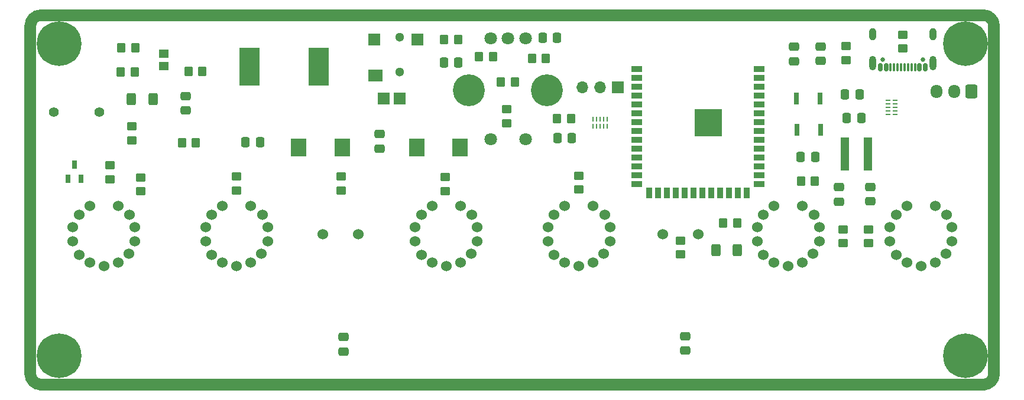
<source format=gbs>
G04 #@! TF.GenerationSoftware,KiCad,Pcbnew,8.0.0*
G04 #@! TF.CreationDate,2024-11-13T23:09:03+01:00*
G04 #@! TF.ProjectId,nixie_alarm_main_board,6e697869-655f-4616-9c61-726d5f6d6169,rev?*
G04 #@! TF.SameCoordinates,Original*
G04 #@! TF.FileFunction,Soldermask,Bot*
G04 #@! TF.FilePolarity,Negative*
%FSLAX46Y46*%
G04 Gerber Fmt 4.6, Leading zero omitted, Abs format (unit mm)*
G04 Created by KiCad (PCBNEW 8.0.0) date 2024-11-13 23:09:03*
%MOMM*%
%LPD*%
G01*
G04 APERTURE LIST*
G04 Aperture macros list*
%AMRoundRect*
0 Rectangle with rounded corners*
0 $1 Rounding radius*
0 $2 $3 $4 $5 $6 $7 $8 $9 X,Y pos of 4 corners*
0 Add a 4 corners polygon primitive as box body*
4,1,4,$2,$3,$4,$5,$6,$7,$8,$9,$2,$3,0*
0 Add four circle primitives for the rounded corners*
1,1,$1+$1,$2,$3*
1,1,$1+$1,$4,$5*
1,1,$1+$1,$6,$7*
1,1,$1+$1,$8,$9*
0 Add four rect primitives between the rounded corners*
20,1,$1+$1,$2,$3,$4,$5,0*
20,1,$1+$1,$4,$5,$6,$7,0*
20,1,$1+$1,$6,$7,$8,$9,0*
20,1,$1+$1,$8,$9,$2,$3,0*%
G04 Aperture macros list end*
%ADD10C,1.700000*%
%ADD11C,1.524000*%
%ADD12C,0.800000*%
%ADD13C,6.400000*%
%ADD14C,1.800000*%
%ADD15C,4.572000*%
%ADD16RoundRect,0.250000X-0.475000X0.337500X-0.475000X-0.337500X0.475000X-0.337500X0.475000X0.337500X0*%
%ADD17R,0.650000X1.200000*%
%ADD18RoundRect,0.250000X-0.337500X-0.475000X0.337500X-0.475000X0.337500X0.475000X-0.337500X0.475000X0*%
%ADD19RoundRect,0.250000X0.450000X-0.350000X0.450000X0.350000X-0.450000X0.350000X-0.450000X-0.350000X0*%
%ADD20RoundRect,0.250000X-0.450000X0.350000X-0.450000X-0.350000X0.450000X-0.350000X0.450000X0.350000X0*%
%ADD21RoundRect,0.250000X0.337500X0.475000X-0.337500X0.475000X-0.337500X-0.475000X0.337500X-0.475000X0*%
%ADD22R,2.900000X5.400000*%
%ADD23R,0.750000X0.250000*%
%ADD24R,2.300000X2.500000*%
%ADD25R,1.250000X4.700000*%
%ADD26RoundRect,0.250000X0.350000X0.450000X-0.350000X0.450000X-0.350000X-0.450000X0.350000X-0.450000X0*%
%ADD27RoundRect,0.250000X0.400000X0.625000X-0.400000X0.625000X-0.400000X-0.625000X0.400000X-0.625000X0*%
%ADD28R,1.700000X1.700000*%
%ADD29O,1.700000X1.700000*%
%ADD30RoundRect,0.250000X-0.350000X-0.450000X0.350000X-0.450000X0.350000X0.450000X-0.350000X0.450000X0*%
%ADD31R,1.450000X1.150000*%
%ADD32R,0.250000X0.750000*%
%ADD33RoundRect,0.250000X0.475000X-0.337500X0.475000X0.337500X-0.475000X0.337500X-0.475000X-0.337500X0*%
%ADD34RoundRect,0.250000X-0.400000X-0.625000X0.400000X-0.625000X0.400000X0.625000X-0.400000X0.625000X0*%
%ADD35R,0.800000X1.700000*%
%ADD36RoundRect,0.250000X0.600000X0.725000X-0.600000X0.725000X-0.600000X-0.725000X0.600000X-0.725000X0*%
%ADD37O,1.700000X1.950000*%
%ADD38C,1.410000*%
%ADD39C,1.300000*%
%ADD40R,1.800000X1.700000*%
%ADD41R,2.100000X1.800000*%
%ADD42R,1.700000X1.800000*%
%ADD43R,1.500000X0.900000*%
%ADD44R,0.900000X1.500000*%
%ADD45C,0.600000*%
%ADD46R,3.900000X3.900000*%
%ADD47C,0.650000*%
%ADD48RoundRect,0.150000X-0.150000X-0.425000X0.150000X-0.425000X0.150000X0.425000X-0.150000X0.425000X0*%
%ADD49RoundRect,0.075000X-0.075000X-0.500000X0.075000X-0.500000X0.075000X0.500000X-0.075000X0.500000X0*%
%ADD50O,1.000000X1.800000*%
%ADD51O,1.000000X2.100000*%
G04 APERTURE END LIST*
D10*
X223400000Y-126500000D02*
X88400000Y-126500000D01*
X224900000Y-125000000D02*
G75*
G02*
X223400000Y-126500000I-1500000J0D01*
G01*
X224900000Y-75000000D02*
X224900000Y-125000000D01*
X88400000Y-126500000D02*
G75*
G02*
X86900000Y-125000000I0J1500000D01*
G01*
X88400000Y-73500000D02*
X223400000Y-73500000D01*
X86900000Y-75000000D02*
G75*
G02*
X88400000Y-73500000I1500000J0D01*
G01*
X86900000Y-125000000D02*
X86900000Y-75000000D01*
X223400000Y-73500000D02*
G75*
G02*
X224900000Y-75000000I0J-1500000D01*
G01*
D11*
X182590000Y-104928000D03*
X177510000Y-104928000D03*
D12*
X88600000Y-122400000D03*
X89302944Y-120702944D03*
X89302944Y-124097056D03*
X91000000Y-120000000D03*
D13*
X91000000Y-122400000D03*
D12*
X91000000Y-124800000D03*
X92697056Y-120702944D03*
X92697056Y-124097056D03*
X93400000Y-122400000D03*
D11*
X218133000Y-102134000D03*
X212418000Y-100864000D03*
X210894000Y-102134000D03*
X210005000Y-103912000D03*
X210894000Y-107849000D03*
X212418000Y-108992000D03*
X214450000Y-109500000D03*
X216482000Y-108992000D03*
X218006000Y-107722000D03*
X218895000Y-103912000D03*
X210005000Y-105944000D03*
X218895000Y-105944000D03*
X216482000Y-100864000D03*
X128810000Y-104928000D03*
X133890000Y-104928000D03*
X150133000Y-102134000D03*
X144418000Y-100864000D03*
X142894000Y-102134000D03*
X142005000Y-103912000D03*
X142894000Y-107849000D03*
X144418000Y-108992000D03*
X146450000Y-109500000D03*
X148482000Y-108992000D03*
X150006000Y-107722000D03*
X150895000Y-103912000D03*
X142005000Y-105944000D03*
X150895000Y-105944000D03*
X148482000Y-100864000D03*
X120133000Y-102134000D03*
X114418000Y-100864000D03*
X112894000Y-102134000D03*
X112005000Y-103912000D03*
X112894000Y-107849000D03*
X114418000Y-108992000D03*
X116450000Y-109500000D03*
X118482000Y-108992000D03*
X120006000Y-107722000D03*
X120895000Y-103912000D03*
X112005000Y-105944000D03*
X120895000Y-105944000D03*
X118482000Y-100864000D03*
D12*
X218400000Y-122400000D03*
X219102944Y-120702944D03*
X219102944Y-124097056D03*
X220800000Y-120000000D03*
D13*
X220800000Y-122400000D03*
D12*
X220800000Y-124800000D03*
X222497056Y-120702944D03*
X222497056Y-124097056D03*
X223200000Y-122400000D03*
D14*
X157800000Y-91278000D03*
X152800000Y-91278000D03*
X157800000Y-76778000D03*
X152800000Y-76778000D03*
X155300000Y-76778000D03*
D15*
X160900000Y-84278000D03*
X149700000Y-84278000D03*
D12*
X88600000Y-77600000D03*
X89302944Y-75902944D03*
X89302944Y-79297056D03*
X91000000Y-75200000D03*
D13*
X91000000Y-77600000D03*
D12*
X91000000Y-80000000D03*
X92697056Y-75902944D03*
X92697056Y-79297056D03*
X93400000Y-77600000D03*
D11*
X101133000Y-102134000D03*
X95418000Y-100864000D03*
X93894000Y-102134000D03*
X93005000Y-103912000D03*
X93894000Y-107849000D03*
X95418000Y-108992000D03*
X97450000Y-109500000D03*
X99482000Y-108992000D03*
X101006000Y-107722000D03*
X101895000Y-103912000D03*
X93005000Y-105944000D03*
X101895000Y-105944000D03*
X99482000Y-100864000D03*
X199133000Y-102134000D03*
X193418000Y-100864000D03*
X191894000Y-102134000D03*
X191005000Y-103912000D03*
X191894000Y-107849000D03*
X193418000Y-108992000D03*
X195450000Y-109500000D03*
X197482000Y-108992000D03*
X199006000Y-107722000D03*
X199895000Y-103912000D03*
X191005000Y-105944000D03*
X199895000Y-105944000D03*
X197482000Y-100864000D03*
X169133000Y-102134000D03*
X163418000Y-100864000D03*
X161894000Y-102134000D03*
X161005000Y-103912000D03*
X161894000Y-107849000D03*
X163418000Y-108992000D03*
X165450000Y-109500000D03*
X167482000Y-108992000D03*
X169006000Y-107722000D03*
X169895000Y-103912000D03*
X161005000Y-105944000D03*
X169895000Y-105944000D03*
X167482000Y-100864000D03*
D12*
X218400000Y-77600000D03*
X219102944Y-75902944D03*
X219102944Y-79297056D03*
X220800000Y-75200000D03*
D13*
X220800000Y-77600000D03*
D12*
X220800000Y-80000000D03*
X222497056Y-75902944D03*
X222497056Y-79297056D03*
X223200000Y-77600000D03*
D16*
X200050000Y-77962500D03*
X200050000Y-80037500D03*
D17*
X94185000Y-97000000D03*
X92265000Y-97000000D03*
X93225000Y-94900000D03*
D18*
X162362500Y-91100000D03*
X164437500Y-91100000D03*
D19*
X98300000Y-97025000D03*
X98300000Y-95025000D03*
D16*
X109150000Y-85087500D03*
X109150000Y-87162500D03*
D20*
X146350000Y-96728000D03*
X146350000Y-98728000D03*
D21*
X119787500Y-91725000D03*
X117712500Y-91725000D03*
D22*
X128150000Y-80878000D03*
X118250000Y-80878000D03*
D16*
X136950000Y-90562500D03*
X136950000Y-92637500D03*
D23*
X210750000Y-85725000D03*
X210750000Y-86225000D03*
X210750000Y-86725000D03*
X210750000Y-87225000D03*
X210750000Y-87725000D03*
X209750000Y-87725000D03*
X209750000Y-87225000D03*
X209750000Y-86725000D03*
X209750000Y-86225000D03*
X209750000Y-85725000D03*
D21*
X199287500Y-93828000D03*
X197212500Y-93828000D03*
D24*
X131550000Y-92500000D03*
X125350000Y-92500000D03*
D25*
X203575000Y-93425000D03*
X206825000Y-93425000D03*
D26*
X188125000Y-103325000D03*
X186125000Y-103325000D03*
D27*
X104475000Y-85550000D03*
X101375000Y-85550000D03*
D28*
X171050000Y-83848000D03*
D29*
X168510000Y-83848000D03*
X165970000Y-83848000D03*
D30*
X162325000Y-88300000D03*
X164325000Y-88300000D03*
X197250000Y-97325000D03*
X199250000Y-97325000D03*
D31*
X106050000Y-80800000D03*
X106050000Y-79000000D03*
D26*
X153150000Y-79425000D03*
X151150000Y-79425000D03*
D18*
X203837500Y-88275000D03*
X205912500Y-88275000D03*
D32*
X167500000Y-88425000D03*
X168000000Y-88425000D03*
X168500000Y-88425000D03*
X169000000Y-88425000D03*
X169500000Y-88425000D03*
X169500000Y-89425000D03*
X169000000Y-89425000D03*
X168500000Y-89425000D03*
X168000000Y-89425000D03*
X167500000Y-89425000D03*
D33*
X196275000Y-80087500D03*
X196275000Y-78012500D03*
D19*
X203750000Y-79925000D03*
X203750000Y-77925000D03*
D26*
X110600000Y-91828000D03*
X108600000Y-91828000D03*
D16*
X207225000Y-98112500D03*
X207225000Y-100187500D03*
D20*
X131450000Y-96628000D03*
X131450000Y-98628000D03*
D19*
X206925000Y-106225000D03*
X206925000Y-104225000D03*
D33*
X180700000Y-121637500D03*
X180700000Y-119562500D03*
D34*
X185050000Y-107200000D03*
X188150000Y-107200000D03*
D19*
X155150000Y-89000000D03*
X155150000Y-87000000D03*
D30*
X109525000Y-81575000D03*
X111525000Y-81575000D03*
D19*
X203325000Y-106225000D03*
X203325000Y-104225000D03*
D21*
X162337500Y-76700000D03*
X160262500Y-76700000D03*
D19*
X180050000Y-107828000D03*
X180050000Y-105828000D03*
D30*
X99925000Y-78150000D03*
X101925000Y-78150000D03*
D19*
X211825000Y-78275000D03*
X211825000Y-76275000D03*
D16*
X202700000Y-98187500D03*
X202700000Y-100262500D03*
D35*
X196625000Y-85425000D03*
X200025000Y-85425000D03*
D21*
X148187500Y-80275000D03*
X146112500Y-80275000D03*
D36*
X221700000Y-84428000D03*
D37*
X219200000Y-84428000D03*
X216700000Y-84428000D03*
D26*
X101825000Y-81650000D03*
X99825000Y-81650000D03*
X156300000Y-83125000D03*
X154300000Y-83125000D03*
D30*
X158725000Y-79700000D03*
X160725000Y-79700000D03*
D33*
X131750000Y-121737500D03*
X131750000Y-119662500D03*
D35*
X200050000Y-89950000D03*
X196650000Y-89950000D03*
D38*
X96800000Y-87428000D03*
X90300000Y-87428000D03*
D20*
X165450000Y-96528000D03*
X165450000Y-98528000D03*
X116420000Y-96640000D03*
X116420000Y-98640000D03*
D21*
X205662500Y-84875000D03*
X203587500Y-84875000D03*
D26*
X148150000Y-76975000D03*
X146150000Y-76975000D03*
D39*
X139750000Y-76628000D03*
X139750000Y-81628000D03*
D40*
X139750000Y-85478000D03*
D41*
X136350000Y-82128000D03*
D40*
X137500000Y-85478000D03*
D42*
X142350000Y-76978000D03*
X136150000Y-76978000D03*
D20*
X101450000Y-89475000D03*
X101450000Y-91475000D03*
X102725000Y-96775000D03*
X102725000Y-98775000D03*
D24*
X142225000Y-92500000D03*
X148425000Y-92500000D03*
D43*
X191250000Y-81208000D03*
X191250000Y-82478000D03*
X191250000Y-83748000D03*
X191250000Y-85018000D03*
X191250000Y-86288000D03*
X191250000Y-87558000D03*
X191250000Y-88828000D03*
X191250000Y-90098000D03*
X191250000Y-91368000D03*
X191250000Y-92638000D03*
X191250000Y-93908000D03*
X191250000Y-95178000D03*
X191250000Y-96448000D03*
X191250000Y-97718000D03*
D44*
X189485000Y-98968000D03*
X188215000Y-98968000D03*
X186945000Y-98968000D03*
X185675000Y-98968000D03*
X184405000Y-98968000D03*
X183135000Y-98968000D03*
X181865000Y-98968000D03*
X180595000Y-98968000D03*
X179325000Y-98968000D03*
X178055000Y-98968000D03*
X176785000Y-98968000D03*
X175515000Y-98968000D03*
D43*
X173750000Y-97718000D03*
X173750000Y-96448000D03*
X173750000Y-95178000D03*
X173750000Y-93908000D03*
X173750000Y-92638000D03*
X173750000Y-91368000D03*
X173750000Y-90098000D03*
X173750000Y-88828000D03*
X173750000Y-87558000D03*
X173750000Y-86288000D03*
X173750000Y-85018000D03*
X173750000Y-83748000D03*
X173750000Y-82478000D03*
X173750000Y-81208000D03*
D45*
X185400000Y-89628000D03*
X185400000Y-88228000D03*
X184700000Y-90328000D03*
X184700000Y-88928000D03*
X184700000Y-87528000D03*
X184000000Y-89628000D03*
D46*
X184000000Y-88928000D03*
D45*
X184000000Y-88228000D03*
X183300000Y-90328000D03*
X183300000Y-88928000D03*
X183300000Y-87528000D03*
X182600000Y-89628000D03*
X182600000Y-88228000D03*
D47*
X208960000Y-79893000D03*
X214740000Y-79893000D03*
D48*
X208650000Y-80968000D03*
X209450000Y-80968000D03*
D49*
X210600000Y-80968000D03*
X211600000Y-80968000D03*
X212100000Y-80968000D03*
X213100000Y-80968000D03*
D48*
X214250000Y-80968000D03*
X215050000Y-80968000D03*
X215050000Y-80968000D03*
X214250000Y-80968000D03*
D49*
X213600000Y-80968000D03*
X212600000Y-80968000D03*
X211100000Y-80968000D03*
X210100000Y-80968000D03*
D48*
X209450000Y-80968000D03*
X208650000Y-80968000D03*
D50*
X207530000Y-76213000D03*
D51*
X207530000Y-80393000D03*
D50*
X216170000Y-76213000D03*
D51*
X216170000Y-80393000D03*
M02*

</source>
